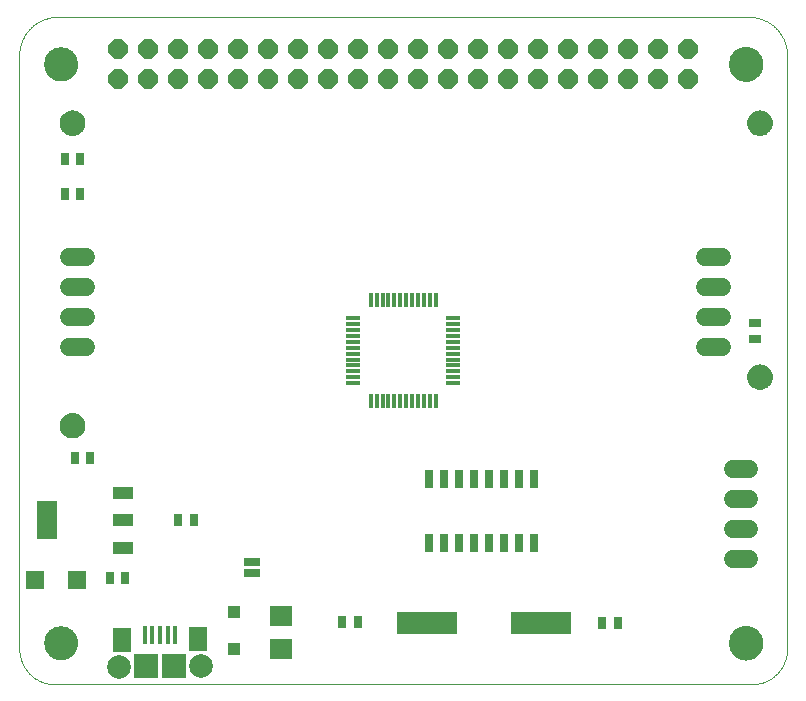
<source format=gts>
G75*
%MOIN*%
%OFA0B0*%
%FSLAX25Y25*%
%IPPOS*%
%LPD*%
%AMOC8*
5,1,8,0,0,1.08239X$1,22.5*
%
%ADD10C,0.00000*%
%ADD11C,0.11424*%
%ADD12C,0.11227*%
%ADD13R,0.04900X0.01400*%
%ADD14R,0.01400X0.04900*%
%ADD15R,0.06800X0.03900*%
%ADD16R,0.06800X0.12900*%
%ADD17R,0.03156X0.03943*%
%ADD18R,0.01778X0.05912*%
%ADD19R,0.06487X0.07880*%
%ADD20R,0.07880X0.07880*%
%ADD21C,0.07487*%
%ADD22C,0.07880*%
%ADD23R,0.03943X0.03156*%
%ADD24R,0.07498X0.06699*%
%ADD25R,0.04140X0.03943*%
%ADD26R,0.02900X0.06400*%
%ADD27R,0.20400X0.07400*%
%ADD28OC8,0.06400*%
%ADD29R,0.06306X0.06306*%
%ADD30C,0.06000*%
%ADD31C,0.00500*%
%ADD32R,0.05400X0.02900*%
D10*
X0017548Y0028572D02*
X0249831Y0028572D01*
X0250116Y0028575D01*
X0250402Y0028586D01*
X0250687Y0028603D01*
X0250971Y0028627D01*
X0251255Y0028658D01*
X0251538Y0028696D01*
X0251819Y0028741D01*
X0252100Y0028792D01*
X0252380Y0028850D01*
X0252658Y0028915D01*
X0252934Y0028987D01*
X0253208Y0029065D01*
X0253481Y0029150D01*
X0253751Y0029242D01*
X0254019Y0029340D01*
X0254285Y0029444D01*
X0254548Y0029555D01*
X0254808Y0029672D01*
X0255066Y0029795D01*
X0255320Y0029925D01*
X0255571Y0030061D01*
X0255819Y0030202D01*
X0256063Y0030350D01*
X0256304Y0030503D01*
X0256540Y0030663D01*
X0256773Y0030828D01*
X0257002Y0030998D01*
X0257227Y0031174D01*
X0257447Y0031356D01*
X0257663Y0031542D01*
X0257874Y0031734D01*
X0258081Y0031931D01*
X0258283Y0032133D01*
X0258480Y0032340D01*
X0258672Y0032551D01*
X0258858Y0032767D01*
X0259040Y0032987D01*
X0259216Y0033212D01*
X0259386Y0033441D01*
X0259551Y0033674D01*
X0259711Y0033910D01*
X0259864Y0034151D01*
X0260012Y0034395D01*
X0260153Y0034643D01*
X0260289Y0034894D01*
X0260419Y0035148D01*
X0260542Y0035406D01*
X0260659Y0035666D01*
X0260770Y0035929D01*
X0260874Y0036195D01*
X0260972Y0036463D01*
X0261064Y0036733D01*
X0261149Y0037006D01*
X0261227Y0037280D01*
X0261299Y0037556D01*
X0261364Y0037834D01*
X0261422Y0038114D01*
X0261473Y0038395D01*
X0261518Y0038676D01*
X0261556Y0038959D01*
X0261587Y0039243D01*
X0261611Y0039527D01*
X0261628Y0039812D01*
X0261639Y0040098D01*
X0261642Y0040383D01*
X0261643Y0040383D02*
X0261643Y0237233D01*
X0261642Y0237233D02*
X0261662Y0237542D01*
X0261675Y0237852D01*
X0261680Y0238162D01*
X0261677Y0238472D01*
X0261668Y0238782D01*
X0261650Y0239092D01*
X0261625Y0239401D01*
X0261593Y0239709D01*
X0261553Y0240017D01*
X0261506Y0240323D01*
X0261451Y0240629D01*
X0261389Y0240933D01*
X0261320Y0241235D01*
X0261244Y0241535D01*
X0261160Y0241834D01*
X0261069Y0242130D01*
X0260971Y0242425D01*
X0260865Y0242716D01*
X0260753Y0243005D01*
X0260634Y0243292D01*
X0260508Y0243575D01*
X0260375Y0243855D01*
X0260235Y0244132D01*
X0260089Y0244406D01*
X0259936Y0244675D01*
X0259777Y0244942D01*
X0259611Y0245204D01*
X0259439Y0245462D01*
X0259261Y0245716D01*
X0259077Y0245965D01*
X0258887Y0246210D01*
X0258691Y0246450D01*
X0258489Y0246686D01*
X0258281Y0246916D01*
X0258069Y0247142D01*
X0257850Y0247362D01*
X0257627Y0247577D01*
X0257398Y0247786D01*
X0257164Y0247990D01*
X0256926Y0248188D01*
X0256682Y0248380D01*
X0256434Y0248567D01*
X0256182Y0248747D01*
X0255925Y0248921D01*
X0255665Y0249089D01*
X0255400Y0249251D01*
X0255131Y0249406D01*
X0254859Y0249554D01*
X0254584Y0249696D01*
X0254305Y0249832D01*
X0254022Y0249960D01*
X0253737Y0250082D01*
X0253449Y0250197D01*
X0253158Y0250304D01*
X0252865Y0250405D01*
X0252569Y0250498D01*
X0252271Y0250585D01*
X0251971Y0250664D01*
X0251670Y0250736D01*
X0251366Y0250800D01*
X0251062Y0250857D01*
X0250755Y0250907D01*
X0250448Y0250950D01*
X0250140Y0250985D01*
X0249831Y0251012D01*
X0249831Y0251013D02*
X0017548Y0251013D01*
X0017548Y0251012D02*
X0017239Y0250985D01*
X0016931Y0250950D01*
X0016624Y0250907D01*
X0016317Y0250857D01*
X0016013Y0250800D01*
X0015709Y0250736D01*
X0015408Y0250664D01*
X0015108Y0250585D01*
X0014810Y0250498D01*
X0014514Y0250405D01*
X0014221Y0250304D01*
X0013930Y0250197D01*
X0013642Y0250082D01*
X0013357Y0249960D01*
X0013074Y0249832D01*
X0012795Y0249696D01*
X0012520Y0249554D01*
X0012248Y0249406D01*
X0011979Y0249251D01*
X0011714Y0249089D01*
X0011454Y0248921D01*
X0011197Y0248747D01*
X0010945Y0248567D01*
X0010697Y0248380D01*
X0010453Y0248188D01*
X0010215Y0247990D01*
X0009981Y0247786D01*
X0009752Y0247577D01*
X0009529Y0247362D01*
X0009310Y0247142D01*
X0009098Y0246916D01*
X0008890Y0246686D01*
X0008688Y0246450D01*
X0008492Y0246210D01*
X0008302Y0245965D01*
X0008118Y0245716D01*
X0007940Y0245462D01*
X0007768Y0245204D01*
X0007602Y0244942D01*
X0007443Y0244675D01*
X0007290Y0244406D01*
X0007144Y0244132D01*
X0007004Y0243855D01*
X0006871Y0243575D01*
X0006745Y0243292D01*
X0006626Y0243005D01*
X0006514Y0242716D01*
X0006408Y0242425D01*
X0006310Y0242130D01*
X0006219Y0241834D01*
X0006135Y0241535D01*
X0006059Y0241235D01*
X0005990Y0240933D01*
X0005928Y0240629D01*
X0005873Y0240323D01*
X0005826Y0240017D01*
X0005786Y0239709D01*
X0005754Y0239401D01*
X0005729Y0239092D01*
X0005711Y0238782D01*
X0005702Y0238472D01*
X0005699Y0238162D01*
X0005704Y0237852D01*
X0005717Y0237542D01*
X0005737Y0237233D01*
X0005737Y0040383D01*
X0005740Y0040098D01*
X0005751Y0039812D01*
X0005768Y0039527D01*
X0005792Y0039243D01*
X0005823Y0038959D01*
X0005861Y0038676D01*
X0005906Y0038395D01*
X0005957Y0038114D01*
X0006015Y0037834D01*
X0006080Y0037556D01*
X0006152Y0037280D01*
X0006230Y0037006D01*
X0006315Y0036733D01*
X0006407Y0036463D01*
X0006505Y0036195D01*
X0006609Y0035929D01*
X0006720Y0035666D01*
X0006837Y0035406D01*
X0006960Y0035148D01*
X0007090Y0034894D01*
X0007226Y0034643D01*
X0007367Y0034395D01*
X0007515Y0034151D01*
X0007668Y0033910D01*
X0007828Y0033674D01*
X0007993Y0033441D01*
X0008163Y0033212D01*
X0008339Y0032987D01*
X0008521Y0032767D01*
X0008707Y0032551D01*
X0008899Y0032340D01*
X0009096Y0032133D01*
X0009298Y0031931D01*
X0009505Y0031734D01*
X0009716Y0031542D01*
X0009932Y0031356D01*
X0010152Y0031174D01*
X0010377Y0030998D01*
X0010606Y0030828D01*
X0010839Y0030663D01*
X0011075Y0030503D01*
X0011316Y0030350D01*
X0011560Y0030202D01*
X0011808Y0030061D01*
X0012059Y0029925D01*
X0012313Y0029795D01*
X0012571Y0029672D01*
X0012831Y0029555D01*
X0013094Y0029444D01*
X0013360Y0029340D01*
X0013628Y0029242D01*
X0013898Y0029150D01*
X0014171Y0029065D01*
X0014445Y0028987D01*
X0014721Y0028915D01*
X0014999Y0028850D01*
X0015279Y0028792D01*
X0015560Y0028741D01*
X0015841Y0028696D01*
X0016124Y0028658D01*
X0016408Y0028627D01*
X0016692Y0028603D01*
X0016977Y0028586D01*
X0017263Y0028575D01*
X0017548Y0028572D01*
X0014104Y0042351D02*
X0014106Y0042498D01*
X0014112Y0042644D01*
X0014122Y0042790D01*
X0014136Y0042936D01*
X0014154Y0043082D01*
X0014175Y0043227D01*
X0014201Y0043371D01*
X0014231Y0043515D01*
X0014264Y0043657D01*
X0014301Y0043799D01*
X0014342Y0043940D01*
X0014387Y0044079D01*
X0014436Y0044218D01*
X0014488Y0044355D01*
X0014545Y0044490D01*
X0014604Y0044624D01*
X0014668Y0044756D01*
X0014735Y0044886D01*
X0014805Y0045015D01*
X0014879Y0045142D01*
X0014956Y0045266D01*
X0015037Y0045389D01*
X0015121Y0045509D01*
X0015208Y0045627D01*
X0015298Y0045742D01*
X0015391Y0045855D01*
X0015488Y0045966D01*
X0015587Y0046074D01*
X0015689Y0046179D01*
X0015794Y0046281D01*
X0015902Y0046380D01*
X0016013Y0046477D01*
X0016126Y0046570D01*
X0016241Y0046660D01*
X0016359Y0046747D01*
X0016479Y0046831D01*
X0016602Y0046912D01*
X0016726Y0046989D01*
X0016853Y0047063D01*
X0016982Y0047133D01*
X0017112Y0047200D01*
X0017244Y0047264D01*
X0017378Y0047323D01*
X0017513Y0047380D01*
X0017650Y0047432D01*
X0017789Y0047481D01*
X0017928Y0047526D01*
X0018069Y0047567D01*
X0018211Y0047604D01*
X0018353Y0047637D01*
X0018497Y0047667D01*
X0018641Y0047693D01*
X0018786Y0047714D01*
X0018932Y0047732D01*
X0019078Y0047746D01*
X0019224Y0047756D01*
X0019370Y0047762D01*
X0019517Y0047764D01*
X0019664Y0047762D01*
X0019810Y0047756D01*
X0019956Y0047746D01*
X0020102Y0047732D01*
X0020248Y0047714D01*
X0020393Y0047693D01*
X0020537Y0047667D01*
X0020681Y0047637D01*
X0020823Y0047604D01*
X0020965Y0047567D01*
X0021106Y0047526D01*
X0021245Y0047481D01*
X0021384Y0047432D01*
X0021521Y0047380D01*
X0021656Y0047323D01*
X0021790Y0047264D01*
X0021922Y0047200D01*
X0022052Y0047133D01*
X0022181Y0047063D01*
X0022308Y0046989D01*
X0022432Y0046912D01*
X0022555Y0046831D01*
X0022675Y0046747D01*
X0022793Y0046660D01*
X0022908Y0046570D01*
X0023021Y0046477D01*
X0023132Y0046380D01*
X0023240Y0046281D01*
X0023345Y0046179D01*
X0023447Y0046074D01*
X0023546Y0045966D01*
X0023643Y0045855D01*
X0023736Y0045742D01*
X0023826Y0045627D01*
X0023913Y0045509D01*
X0023997Y0045389D01*
X0024078Y0045266D01*
X0024155Y0045142D01*
X0024229Y0045015D01*
X0024299Y0044886D01*
X0024366Y0044756D01*
X0024430Y0044624D01*
X0024489Y0044490D01*
X0024546Y0044355D01*
X0024598Y0044218D01*
X0024647Y0044079D01*
X0024692Y0043940D01*
X0024733Y0043799D01*
X0024770Y0043657D01*
X0024803Y0043515D01*
X0024833Y0043371D01*
X0024859Y0043227D01*
X0024880Y0043082D01*
X0024898Y0042936D01*
X0024912Y0042790D01*
X0024922Y0042644D01*
X0024928Y0042498D01*
X0024930Y0042351D01*
X0024928Y0042204D01*
X0024922Y0042058D01*
X0024912Y0041912D01*
X0024898Y0041766D01*
X0024880Y0041620D01*
X0024859Y0041475D01*
X0024833Y0041331D01*
X0024803Y0041187D01*
X0024770Y0041045D01*
X0024733Y0040903D01*
X0024692Y0040762D01*
X0024647Y0040623D01*
X0024598Y0040484D01*
X0024546Y0040347D01*
X0024489Y0040212D01*
X0024430Y0040078D01*
X0024366Y0039946D01*
X0024299Y0039816D01*
X0024229Y0039687D01*
X0024155Y0039560D01*
X0024078Y0039436D01*
X0023997Y0039313D01*
X0023913Y0039193D01*
X0023826Y0039075D01*
X0023736Y0038960D01*
X0023643Y0038847D01*
X0023546Y0038736D01*
X0023447Y0038628D01*
X0023345Y0038523D01*
X0023240Y0038421D01*
X0023132Y0038322D01*
X0023021Y0038225D01*
X0022908Y0038132D01*
X0022793Y0038042D01*
X0022675Y0037955D01*
X0022555Y0037871D01*
X0022432Y0037790D01*
X0022308Y0037713D01*
X0022181Y0037639D01*
X0022052Y0037569D01*
X0021922Y0037502D01*
X0021790Y0037438D01*
X0021656Y0037379D01*
X0021521Y0037322D01*
X0021384Y0037270D01*
X0021245Y0037221D01*
X0021106Y0037176D01*
X0020965Y0037135D01*
X0020823Y0037098D01*
X0020681Y0037065D01*
X0020537Y0037035D01*
X0020393Y0037009D01*
X0020248Y0036988D01*
X0020102Y0036970D01*
X0019956Y0036956D01*
X0019810Y0036946D01*
X0019664Y0036940D01*
X0019517Y0036938D01*
X0019370Y0036940D01*
X0019224Y0036946D01*
X0019078Y0036956D01*
X0018932Y0036970D01*
X0018786Y0036988D01*
X0018641Y0037009D01*
X0018497Y0037035D01*
X0018353Y0037065D01*
X0018211Y0037098D01*
X0018069Y0037135D01*
X0017928Y0037176D01*
X0017789Y0037221D01*
X0017650Y0037270D01*
X0017513Y0037322D01*
X0017378Y0037379D01*
X0017244Y0037438D01*
X0017112Y0037502D01*
X0016982Y0037569D01*
X0016853Y0037639D01*
X0016726Y0037713D01*
X0016602Y0037790D01*
X0016479Y0037871D01*
X0016359Y0037955D01*
X0016241Y0038042D01*
X0016126Y0038132D01*
X0016013Y0038225D01*
X0015902Y0038322D01*
X0015794Y0038421D01*
X0015689Y0038523D01*
X0015587Y0038628D01*
X0015488Y0038736D01*
X0015391Y0038847D01*
X0015298Y0038960D01*
X0015208Y0039075D01*
X0015121Y0039193D01*
X0015037Y0039313D01*
X0014956Y0039436D01*
X0014879Y0039560D01*
X0014805Y0039687D01*
X0014735Y0039816D01*
X0014668Y0039946D01*
X0014604Y0040078D01*
X0014545Y0040212D01*
X0014488Y0040347D01*
X0014436Y0040484D01*
X0014387Y0040623D01*
X0014342Y0040762D01*
X0014301Y0040903D01*
X0014264Y0041045D01*
X0014231Y0041187D01*
X0014201Y0041331D01*
X0014175Y0041475D01*
X0014154Y0041620D01*
X0014136Y0041766D01*
X0014122Y0041912D01*
X0014112Y0042058D01*
X0014106Y0042204D01*
X0014104Y0042351D01*
X0014104Y0235265D02*
X0014106Y0235412D01*
X0014112Y0235558D01*
X0014122Y0235704D01*
X0014136Y0235850D01*
X0014154Y0235996D01*
X0014175Y0236141D01*
X0014201Y0236285D01*
X0014231Y0236429D01*
X0014264Y0236571D01*
X0014301Y0236713D01*
X0014342Y0236854D01*
X0014387Y0236993D01*
X0014436Y0237132D01*
X0014488Y0237269D01*
X0014545Y0237404D01*
X0014604Y0237538D01*
X0014668Y0237670D01*
X0014735Y0237800D01*
X0014805Y0237929D01*
X0014879Y0238056D01*
X0014956Y0238180D01*
X0015037Y0238303D01*
X0015121Y0238423D01*
X0015208Y0238541D01*
X0015298Y0238656D01*
X0015391Y0238769D01*
X0015488Y0238880D01*
X0015587Y0238988D01*
X0015689Y0239093D01*
X0015794Y0239195D01*
X0015902Y0239294D01*
X0016013Y0239391D01*
X0016126Y0239484D01*
X0016241Y0239574D01*
X0016359Y0239661D01*
X0016479Y0239745D01*
X0016602Y0239826D01*
X0016726Y0239903D01*
X0016853Y0239977D01*
X0016982Y0240047D01*
X0017112Y0240114D01*
X0017244Y0240178D01*
X0017378Y0240237D01*
X0017513Y0240294D01*
X0017650Y0240346D01*
X0017789Y0240395D01*
X0017928Y0240440D01*
X0018069Y0240481D01*
X0018211Y0240518D01*
X0018353Y0240551D01*
X0018497Y0240581D01*
X0018641Y0240607D01*
X0018786Y0240628D01*
X0018932Y0240646D01*
X0019078Y0240660D01*
X0019224Y0240670D01*
X0019370Y0240676D01*
X0019517Y0240678D01*
X0019664Y0240676D01*
X0019810Y0240670D01*
X0019956Y0240660D01*
X0020102Y0240646D01*
X0020248Y0240628D01*
X0020393Y0240607D01*
X0020537Y0240581D01*
X0020681Y0240551D01*
X0020823Y0240518D01*
X0020965Y0240481D01*
X0021106Y0240440D01*
X0021245Y0240395D01*
X0021384Y0240346D01*
X0021521Y0240294D01*
X0021656Y0240237D01*
X0021790Y0240178D01*
X0021922Y0240114D01*
X0022052Y0240047D01*
X0022181Y0239977D01*
X0022308Y0239903D01*
X0022432Y0239826D01*
X0022555Y0239745D01*
X0022675Y0239661D01*
X0022793Y0239574D01*
X0022908Y0239484D01*
X0023021Y0239391D01*
X0023132Y0239294D01*
X0023240Y0239195D01*
X0023345Y0239093D01*
X0023447Y0238988D01*
X0023546Y0238880D01*
X0023643Y0238769D01*
X0023736Y0238656D01*
X0023826Y0238541D01*
X0023913Y0238423D01*
X0023997Y0238303D01*
X0024078Y0238180D01*
X0024155Y0238056D01*
X0024229Y0237929D01*
X0024299Y0237800D01*
X0024366Y0237670D01*
X0024430Y0237538D01*
X0024489Y0237404D01*
X0024546Y0237269D01*
X0024598Y0237132D01*
X0024647Y0236993D01*
X0024692Y0236854D01*
X0024733Y0236713D01*
X0024770Y0236571D01*
X0024803Y0236429D01*
X0024833Y0236285D01*
X0024859Y0236141D01*
X0024880Y0235996D01*
X0024898Y0235850D01*
X0024912Y0235704D01*
X0024922Y0235558D01*
X0024928Y0235412D01*
X0024930Y0235265D01*
X0024928Y0235118D01*
X0024922Y0234972D01*
X0024912Y0234826D01*
X0024898Y0234680D01*
X0024880Y0234534D01*
X0024859Y0234389D01*
X0024833Y0234245D01*
X0024803Y0234101D01*
X0024770Y0233959D01*
X0024733Y0233817D01*
X0024692Y0233676D01*
X0024647Y0233537D01*
X0024598Y0233398D01*
X0024546Y0233261D01*
X0024489Y0233126D01*
X0024430Y0232992D01*
X0024366Y0232860D01*
X0024299Y0232730D01*
X0024229Y0232601D01*
X0024155Y0232474D01*
X0024078Y0232350D01*
X0023997Y0232227D01*
X0023913Y0232107D01*
X0023826Y0231989D01*
X0023736Y0231874D01*
X0023643Y0231761D01*
X0023546Y0231650D01*
X0023447Y0231542D01*
X0023345Y0231437D01*
X0023240Y0231335D01*
X0023132Y0231236D01*
X0023021Y0231139D01*
X0022908Y0231046D01*
X0022793Y0230956D01*
X0022675Y0230869D01*
X0022555Y0230785D01*
X0022432Y0230704D01*
X0022308Y0230627D01*
X0022181Y0230553D01*
X0022052Y0230483D01*
X0021922Y0230416D01*
X0021790Y0230352D01*
X0021656Y0230293D01*
X0021521Y0230236D01*
X0021384Y0230184D01*
X0021245Y0230135D01*
X0021106Y0230090D01*
X0020965Y0230049D01*
X0020823Y0230012D01*
X0020681Y0229979D01*
X0020537Y0229949D01*
X0020393Y0229923D01*
X0020248Y0229902D01*
X0020102Y0229884D01*
X0019956Y0229870D01*
X0019810Y0229860D01*
X0019664Y0229854D01*
X0019517Y0229852D01*
X0019370Y0229854D01*
X0019224Y0229860D01*
X0019078Y0229870D01*
X0018932Y0229884D01*
X0018786Y0229902D01*
X0018641Y0229923D01*
X0018497Y0229949D01*
X0018353Y0229979D01*
X0018211Y0230012D01*
X0018069Y0230049D01*
X0017928Y0230090D01*
X0017789Y0230135D01*
X0017650Y0230184D01*
X0017513Y0230236D01*
X0017378Y0230293D01*
X0017244Y0230352D01*
X0017112Y0230416D01*
X0016982Y0230483D01*
X0016853Y0230553D01*
X0016726Y0230627D01*
X0016602Y0230704D01*
X0016479Y0230785D01*
X0016359Y0230869D01*
X0016241Y0230956D01*
X0016126Y0231046D01*
X0016013Y0231139D01*
X0015902Y0231236D01*
X0015794Y0231335D01*
X0015689Y0231437D01*
X0015587Y0231542D01*
X0015488Y0231650D01*
X0015391Y0231761D01*
X0015298Y0231874D01*
X0015208Y0231989D01*
X0015121Y0232107D01*
X0015037Y0232227D01*
X0014956Y0232350D01*
X0014879Y0232474D01*
X0014805Y0232601D01*
X0014735Y0232730D01*
X0014668Y0232860D01*
X0014604Y0232992D01*
X0014545Y0233126D01*
X0014488Y0233261D01*
X0014436Y0233398D01*
X0014387Y0233537D01*
X0014342Y0233676D01*
X0014301Y0233817D01*
X0014264Y0233959D01*
X0014231Y0234101D01*
X0014201Y0234245D01*
X0014175Y0234389D01*
X0014154Y0234534D01*
X0014136Y0234680D01*
X0014122Y0234826D01*
X0014112Y0234972D01*
X0014106Y0235118D01*
X0014104Y0235265D01*
X0242351Y0235265D02*
X0242353Y0235413D01*
X0242359Y0235561D01*
X0242369Y0235709D01*
X0242383Y0235856D01*
X0242401Y0236003D01*
X0242422Y0236149D01*
X0242448Y0236295D01*
X0242478Y0236440D01*
X0242511Y0236584D01*
X0242549Y0236727D01*
X0242590Y0236869D01*
X0242635Y0237010D01*
X0242683Y0237150D01*
X0242736Y0237289D01*
X0242792Y0237426D01*
X0242852Y0237561D01*
X0242915Y0237695D01*
X0242982Y0237827D01*
X0243053Y0237957D01*
X0243127Y0238085D01*
X0243204Y0238211D01*
X0243285Y0238335D01*
X0243369Y0238457D01*
X0243456Y0238576D01*
X0243547Y0238693D01*
X0243641Y0238808D01*
X0243737Y0238920D01*
X0243837Y0239030D01*
X0243939Y0239136D01*
X0244045Y0239240D01*
X0244153Y0239341D01*
X0244264Y0239439D01*
X0244377Y0239535D01*
X0244493Y0239627D01*
X0244611Y0239716D01*
X0244732Y0239801D01*
X0244855Y0239884D01*
X0244980Y0239963D01*
X0245107Y0240039D01*
X0245236Y0240111D01*
X0245367Y0240180D01*
X0245500Y0240245D01*
X0245635Y0240306D01*
X0245771Y0240364D01*
X0245908Y0240419D01*
X0246047Y0240469D01*
X0246188Y0240516D01*
X0246329Y0240559D01*
X0246472Y0240599D01*
X0246616Y0240634D01*
X0246760Y0240666D01*
X0246906Y0240693D01*
X0247052Y0240717D01*
X0247199Y0240737D01*
X0247346Y0240753D01*
X0247493Y0240765D01*
X0247641Y0240773D01*
X0247789Y0240777D01*
X0247937Y0240777D01*
X0248085Y0240773D01*
X0248233Y0240765D01*
X0248380Y0240753D01*
X0248527Y0240737D01*
X0248674Y0240717D01*
X0248820Y0240693D01*
X0248966Y0240666D01*
X0249110Y0240634D01*
X0249254Y0240599D01*
X0249397Y0240559D01*
X0249538Y0240516D01*
X0249679Y0240469D01*
X0249818Y0240419D01*
X0249955Y0240364D01*
X0250091Y0240306D01*
X0250226Y0240245D01*
X0250359Y0240180D01*
X0250490Y0240111D01*
X0250619Y0240039D01*
X0250746Y0239963D01*
X0250871Y0239884D01*
X0250994Y0239801D01*
X0251115Y0239716D01*
X0251233Y0239627D01*
X0251349Y0239535D01*
X0251462Y0239439D01*
X0251573Y0239341D01*
X0251681Y0239240D01*
X0251787Y0239136D01*
X0251889Y0239030D01*
X0251989Y0238920D01*
X0252085Y0238808D01*
X0252179Y0238693D01*
X0252270Y0238576D01*
X0252357Y0238457D01*
X0252441Y0238335D01*
X0252522Y0238211D01*
X0252599Y0238085D01*
X0252673Y0237957D01*
X0252744Y0237827D01*
X0252811Y0237695D01*
X0252874Y0237561D01*
X0252934Y0237426D01*
X0252990Y0237289D01*
X0253043Y0237150D01*
X0253091Y0237010D01*
X0253136Y0236869D01*
X0253177Y0236727D01*
X0253215Y0236584D01*
X0253248Y0236440D01*
X0253278Y0236295D01*
X0253304Y0236149D01*
X0253325Y0236003D01*
X0253343Y0235856D01*
X0253357Y0235709D01*
X0253367Y0235561D01*
X0253373Y0235413D01*
X0253375Y0235265D01*
X0253373Y0235117D01*
X0253367Y0234969D01*
X0253357Y0234821D01*
X0253343Y0234674D01*
X0253325Y0234527D01*
X0253304Y0234381D01*
X0253278Y0234235D01*
X0253248Y0234090D01*
X0253215Y0233946D01*
X0253177Y0233803D01*
X0253136Y0233661D01*
X0253091Y0233520D01*
X0253043Y0233380D01*
X0252990Y0233241D01*
X0252934Y0233104D01*
X0252874Y0232969D01*
X0252811Y0232835D01*
X0252744Y0232703D01*
X0252673Y0232573D01*
X0252599Y0232445D01*
X0252522Y0232319D01*
X0252441Y0232195D01*
X0252357Y0232073D01*
X0252270Y0231954D01*
X0252179Y0231837D01*
X0252085Y0231722D01*
X0251989Y0231610D01*
X0251889Y0231500D01*
X0251787Y0231394D01*
X0251681Y0231290D01*
X0251573Y0231189D01*
X0251462Y0231091D01*
X0251349Y0230995D01*
X0251233Y0230903D01*
X0251115Y0230814D01*
X0250994Y0230729D01*
X0250871Y0230646D01*
X0250746Y0230567D01*
X0250619Y0230491D01*
X0250490Y0230419D01*
X0250359Y0230350D01*
X0250226Y0230285D01*
X0250091Y0230224D01*
X0249955Y0230166D01*
X0249818Y0230111D01*
X0249679Y0230061D01*
X0249538Y0230014D01*
X0249397Y0229971D01*
X0249254Y0229931D01*
X0249110Y0229896D01*
X0248966Y0229864D01*
X0248820Y0229837D01*
X0248674Y0229813D01*
X0248527Y0229793D01*
X0248380Y0229777D01*
X0248233Y0229765D01*
X0248085Y0229757D01*
X0247937Y0229753D01*
X0247789Y0229753D01*
X0247641Y0229757D01*
X0247493Y0229765D01*
X0247346Y0229777D01*
X0247199Y0229793D01*
X0247052Y0229813D01*
X0246906Y0229837D01*
X0246760Y0229864D01*
X0246616Y0229896D01*
X0246472Y0229931D01*
X0246329Y0229971D01*
X0246188Y0230014D01*
X0246047Y0230061D01*
X0245908Y0230111D01*
X0245771Y0230166D01*
X0245635Y0230224D01*
X0245500Y0230285D01*
X0245367Y0230350D01*
X0245236Y0230419D01*
X0245107Y0230491D01*
X0244980Y0230567D01*
X0244855Y0230646D01*
X0244732Y0230729D01*
X0244611Y0230814D01*
X0244493Y0230903D01*
X0244377Y0230995D01*
X0244264Y0231091D01*
X0244153Y0231189D01*
X0244045Y0231290D01*
X0243939Y0231394D01*
X0243837Y0231500D01*
X0243737Y0231610D01*
X0243641Y0231722D01*
X0243547Y0231837D01*
X0243456Y0231954D01*
X0243369Y0232073D01*
X0243285Y0232195D01*
X0243204Y0232319D01*
X0243127Y0232445D01*
X0243053Y0232573D01*
X0242982Y0232703D01*
X0242915Y0232835D01*
X0242852Y0232969D01*
X0242792Y0233104D01*
X0242736Y0233241D01*
X0242683Y0233380D01*
X0242635Y0233520D01*
X0242590Y0233661D01*
X0242549Y0233803D01*
X0242511Y0233946D01*
X0242478Y0234090D01*
X0242448Y0234235D01*
X0242422Y0234381D01*
X0242401Y0234527D01*
X0242383Y0234674D01*
X0242369Y0234821D01*
X0242359Y0234969D01*
X0242353Y0235117D01*
X0242351Y0235265D01*
X0242351Y0042351D02*
X0242353Y0042499D01*
X0242359Y0042647D01*
X0242369Y0042795D01*
X0242383Y0042942D01*
X0242401Y0043089D01*
X0242422Y0043235D01*
X0242448Y0043381D01*
X0242478Y0043526D01*
X0242511Y0043670D01*
X0242549Y0043813D01*
X0242590Y0043955D01*
X0242635Y0044096D01*
X0242683Y0044236D01*
X0242736Y0044375D01*
X0242792Y0044512D01*
X0242852Y0044647D01*
X0242915Y0044781D01*
X0242982Y0044913D01*
X0243053Y0045043D01*
X0243127Y0045171D01*
X0243204Y0045297D01*
X0243285Y0045421D01*
X0243369Y0045543D01*
X0243456Y0045662D01*
X0243547Y0045779D01*
X0243641Y0045894D01*
X0243737Y0046006D01*
X0243837Y0046116D01*
X0243939Y0046222D01*
X0244045Y0046326D01*
X0244153Y0046427D01*
X0244264Y0046525D01*
X0244377Y0046621D01*
X0244493Y0046713D01*
X0244611Y0046802D01*
X0244732Y0046887D01*
X0244855Y0046970D01*
X0244980Y0047049D01*
X0245107Y0047125D01*
X0245236Y0047197D01*
X0245367Y0047266D01*
X0245500Y0047331D01*
X0245635Y0047392D01*
X0245771Y0047450D01*
X0245908Y0047505D01*
X0246047Y0047555D01*
X0246188Y0047602D01*
X0246329Y0047645D01*
X0246472Y0047685D01*
X0246616Y0047720D01*
X0246760Y0047752D01*
X0246906Y0047779D01*
X0247052Y0047803D01*
X0247199Y0047823D01*
X0247346Y0047839D01*
X0247493Y0047851D01*
X0247641Y0047859D01*
X0247789Y0047863D01*
X0247937Y0047863D01*
X0248085Y0047859D01*
X0248233Y0047851D01*
X0248380Y0047839D01*
X0248527Y0047823D01*
X0248674Y0047803D01*
X0248820Y0047779D01*
X0248966Y0047752D01*
X0249110Y0047720D01*
X0249254Y0047685D01*
X0249397Y0047645D01*
X0249538Y0047602D01*
X0249679Y0047555D01*
X0249818Y0047505D01*
X0249955Y0047450D01*
X0250091Y0047392D01*
X0250226Y0047331D01*
X0250359Y0047266D01*
X0250490Y0047197D01*
X0250619Y0047125D01*
X0250746Y0047049D01*
X0250871Y0046970D01*
X0250994Y0046887D01*
X0251115Y0046802D01*
X0251233Y0046713D01*
X0251349Y0046621D01*
X0251462Y0046525D01*
X0251573Y0046427D01*
X0251681Y0046326D01*
X0251787Y0046222D01*
X0251889Y0046116D01*
X0251989Y0046006D01*
X0252085Y0045894D01*
X0252179Y0045779D01*
X0252270Y0045662D01*
X0252357Y0045543D01*
X0252441Y0045421D01*
X0252522Y0045297D01*
X0252599Y0045171D01*
X0252673Y0045043D01*
X0252744Y0044913D01*
X0252811Y0044781D01*
X0252874Y0044647D01*
X0252934Y0044512D01*
X0252990Y0044375D01*
X0253043Y0044236D01*
X0253091Y0044096D01*
X0253136Y0043955D01*
X0253177Y0043813D01*
X0253215Y0043670D01*
X0253248Y0043526D01*
X0253278Y0043381D01*
X0253304Y0043235D01*
X0253325Y0043089D01*
X0253343Y0042942D01*
X0253357Y0042795D01*
X0253367Y0042647D01*
X0253373Y0042499D01*
X0253375Y0042351D01*
X0253373Y0042203D01*
X0253367Y0042055D01*
X0253357Y0041907D01*
X0253343Y0041760D01*
X0253325Y0041613D01*
X0253304Y0041467D01*
X0253278Y0041321D01*
X0253248Y0041176D01*
X0253215Y0041032D01*
X0253177Y0040889D01*
X0253136Y0040747D01*
X0253091Y0040606D01*
X0253043Y0040466D01*
X0252990Y0040327D01*
X0252934Y0040190D01*
X0252874Y0040055D01*
X0252811Y0039921D01*
X0252744Y0039789D01*
X0252673Y0039659D01*
X0252599Y0039531D01*
X0252522Y0039405D01*
X0252441Y0039281D01*
X0252357Y0039159D01*
X0252270Y0039040D01*
X0252179Y0038923D01*
X0252085Y0038808D01*
X0251989Y0038696D01*
X0251889Y0038586D01*
X0251787Y0038480D01*
X0251681Y0038376D01*
X0251573Y0038275D01*
X0251462Y0038177D01*
X0251349Y0038081D01*
X0251233Y0037989D01*
X0251115Y0037900D01*
X0250994Y0037815D01*
X0250871Y0037732D01*
X0250746Y0037653D01*
X0250619Y0037577D01*
X0250490Y0037505D01*
X0250359Y0037436D01*
X0250226Y0037371D01*
X0250091Y0037310D01*
X0249955Y0037252D01*
X0249818Y0037197D01*
X0249679Y0037147D01*
X0249538Y0037100D01*
X0249397Y0037057D01*
X0249254Y0037017D01*
X0249110Y0036982D01*
X0248966Y0036950D01*
X0248820Y0036923D01*
X0248674Y0036899D01*
X0248527Y0036879D01*
X0248380Y0036863D01*
X0248233Y0036851D01*
X0248085Y0036843D01*
X0247937Y0036839D01*
X0247789Y0036839D01*
X0247641Y0036843D01*
X0247493Y0036851D01*
X0247346Y0036863D01*
X0247199Y0036879D01*
X0247052Y0036899D01*
X0246906Y0036923D01*
X0246760Y0036950D01*
X0246616Y0036982D01*
X0246472Y0037017D01*
X0246329Y0037057D01*
X0246188Y0037100D01*
X0246047Y0037147D01*
X0245908Y0037197D01*
X0245771Y0037252D01*
X0245635Y0037310D01*
X0245500Y0037371D01*
X0245367Y0037436D01*
X0245236Y0037505D01*
X0245107Y0037577D01*
X0244980Y0037653D01*
X0244855Y0037732D01*
X0244732Y0037815D01*
X0244611Y0037900D01*
X0244493Y0037989D01*
X0244377Y0038081D01*
X0244264Y0038177D01*
X0244153Y0038275D01*
X0244045Y0038376D01*
X0243939Y0038480D01*
X0243837Y0038586D01*
X0243737Y0038696D01*
X0243641Y0038808D01*
X0243547Y0038923D01*
X0243456Y0039040D01*
X0243369Y0039159D01*
X0243285Y0039281D01*
X0243204Y0039405D01*
X0243127Y0039531D01*
X0243053Y0039659D01*
X0242982Y0039789D01*
X0242915Y0039921D01*
X0242852Y0040055D01*
X0242792Y0040190D01*
X0242736Y0040327D01*
X0242683Y0040466D01*
X0242635Y0040606D01*
X0242590Y0040747D01*
X0242549Y0040889D01*
X0242511Y0041032D01*
X0242478Y0041176D01*
X0242448Y0041321D01*
X0242422Y0041467D01*
X0242401Y0041613D01*
X0242383Y0041760D01*
X0242369Y0041907D01*
X0242359Y0042055D01*
X0242353Y0042203D01*
X0242351Y0042351D01*
D11*
X0247863Y0042351D03*
X0247863Y0235265D03*
D12*
X0019517Y0235265D03*
X0019517Y0042351D03*
D13*
X0116957Y0128965D03*
X0116957Y0130934D03*
X0116957Y0132902D03*
X0116957Y0134871D03*
X0116957Y0136839D03*
X0116957Y0138808D03*
X0116957Y0140776D03*
X0116957Y0142745D03*
X0116957Y0144713D03*
X0116957Y0146682D03*
X0116957Y0148650D03*
X0116957Y0150619D03*
X0150422Y0150619D03*
X0150422Y0148650D03*
X0150422Y0146682D03*
X0150422Y0144713D03*
X0150422Y0142745D03*
X0150422Y0140776D03*
X0150422Y0138808D03*
X0150422Y0136839D03*
X0150422Y0134871D03*
X0150422Y0132902D03*
X0150422Y0130934D03*
X0150422Y0128965D03*
D14*
X0144517Y0123060D03*
X0142548Y0123060D03*
X0140580Y0123060D03*
X0138611Y0123060D03*
X0136643Y0123060D03*
X0134674Y0123060D03*
X0132706Y0123060D03*
X0130737Y0123060D03*
X0128769Y0123060D03*
X0126800Y0123060D03*
X0124831Y0123060D03*
X0122863Y0123060D03*
X0122863Y0156524D03*
X0124831Y0156524D03*
X0126800Y0156524D03*
X0128769Y0156524D03*
X0130737Y0156524D03*
X0132706Y0156524D03*
X0134674Y0156524D03*
X0136643Y0156524D03*
X0138611Y0156524D03*
X0140580Y0156524D03*
X0142548Y0156524D03*
X0144517Y0156524D03*
D15*
X0040187Y0092372D03*
X0040187Y0083272D03*
X0040187Y0074172D03*
D16*
X0014987Y0083272D03*
D17*
X0035855Y0064005D03*
X0040973Y0064005D03*
X0058709Y0083202D03*
X0063828Y0083202D03*
X0029450Y0104083D03*
X0024331Y0104083D03*
X0113414Y0049217D03*
X0118532Y0049217D03*
X0200028Y0049001D03*
X0205146Y0049001D03*
X0026013Y0191957D03*
X0020894Y0191957D03*
X0020894Y0203769D03*
X0026013Y0203769D03*
D18*
X0047505Y0044942D03*
X0050064Y0044942D03*
X0052623Y0044942D03*
X0055182Y0044942D03*
X0057741Y0044942D03*
D19*
X0065323Y0043509D03*
X0039823Y0043309D03*
D20*
X0047923Y0034509D03*
X0057223Y0034509D03*
D21*
X0066323Y0034509D03*
X0038823Y0034309D03*
D22*
X0038823Y0034309D03*
X0066323Y0034609D03*
D23*
X0251036Y0143808D03*
X0251036Y0148926D03*
D24*
X0092910Y0051406D03*
X0092910Y0040209D03*
D25*
X0077209Y0040292D03*
X0077209Y0052694D03*
D26*
X0142328Y0075769D03*
X0147328Y0075769D03*
X0152328Y0075769D03*
X0157328Y0075769D03*
X0162328Y0075769D03*
X0167328Y0075769D03*
X0172328Y0075769D03*
X0177328Y0075769D03*
X0177328Y0096989D03*
X0172328Y0096989D03*
X0167328Y0096989D03*
X0162328Y0096989D03*
X0157328Y0096989D03*
X0152328Y0096989D03*
X0147328Y0096989D03*
X0142328Y0096989D03*
D27*
X0141788Y0049123D03*
X0179788Y0049123D03*
D28*
X0178690Y0230265D03*
X0178690Y0240265D03*
X0188690Y0240265D03*
X0198690Y0240265D03*
X0208690Y0240265D03*
X0218690Y0240265D03*
X0228690Y0240265D03*
X0228690Y0230265D03*
X0218690Y0230265D03*
X0208690Y0230265D03*
X0198690Y0230265D03*
X0188690Y0230265D03*
X0168690Y0230265D03*
X0158690Y0230265D03*
X0158690Y0240265D03*
X0168690Y0240265D03*
X0148690Y0240265D03*
X0138690Y0240265D03*
X0128690Y0240265D03*
X0118690Y0240265D03*
X0108690Y0240265D03*
X0098690Y0240265D03*
X0088690Y0240265D03*
X0078690Y0240265D03*
X0068690Y0240265D03*
X0058690Y0240265D03*
X0048690Y0240265D03*
X0038690Y0240265D03*
X0038690Y0230265D03*
X0048690Y0230265D03*
X0058690Y0230265D03*
X0068690Y0230265D03*
X0078690Y0230265D03*
X0088690Y0230265D03*
X0098690Y0230265D03*
X0108690Y0230265D03*
X0118690Y0230265D03*
X0128690Y0230265D03*
X0138690Y0230265D03*
X0148690Y0230265D03*
D29*
X0024831Y0063217D03*
X0011052Y0063217D03*
D30*
X0022228Y0141131D02*
X0027828Y0141131D01*
X0027828Y0151131D02*
X0022228Y0151131D01*
X0022228Y0161131D02*
X0027828Y0161131D01*
X0027828Y0171131D02*
X0022228Y0171131D01*
X0234433Y0171131D02*
X0240033Y0171131D01*
X0240033Y0161131D02*
X0234433Y0161131D01*
X0234433Y0151131D02*
X0240033Y0151131D01*
X0240033Y0141131D02*
X0234433Y0141131D01*
X0243488Y0100265D02*
X0249088Y0100265D01*
X0249088Y0090265D02*
X0243488Y0090265D01*
X0243488Y0080265D02*
X0249088Y0080265D01*
X0249088Y0070265D02*
X0243488Y0070265D01*
D31*
X0251904Y0127057D02*
X0252587Y0126997D01*
X0253271Y0127057D01*
X0253934Y0127234D01*
X0254556Y0127524D01*
X0255118Y0127918D01*
X0255603Y0128403D01*
X0255997Y0128965D01*
X0256287Y0129587D01*
X0256465Y0130250D01*
X0256524Y0130934D01*
X0256465Y0131618D01*
X0256287Y0132280D01*
X0255997Y0132902D01*
X0255603Y0133465D01*
X0255118Y0133950D01*
X0254556Y0134343D01*
X0253934Y0134633D01*
X0253271Y0134811D01*
X0252587Y0134871D01*
X0251904Y0134811D01*
X0251241Y0134633D01*
X0250619Y0134343D01*
X0250057Y0133950D01*
X0249571Y0133465D01*
X0249178Y0132902D01*
X0248888Y0132280D01*
X0248710Y0131618D01*
X0248650Y0130934D01*
X0248710Y0130250D01*
X0248888Y0129587D01*
X0249178Y0128965D01*
X0249571Y0128403D01*
X0250057Y0127918D01*
X0250619Y0127524D01*
X0251241Y0127234D01*
X0251904Y0127057D01*
X0251149Y0127277D02*
X0254025Y0127277D01*
X0254914Y0127775D02*
X0250260Y0127775D01*
X0249701Y0128274D02*
X0255474Y0128274D01*
X0255862Y0128772D02*
X0249313Y0128772D01*
X0249035Y0129271D02*
X0256139Y0129271D01*
X0256336Y0129769D02*
X0248839Y0129769D01*
X0248709Y0130268D02*
X0256466Y0130268D01*
X0256510Y0130766D02*
X0248665Y0130766D01*
X0248679Y0131265D02*
X0256495Y0131265D01*
X0256425Y0131763D02*
X0248749Y0131763D01*
X0248883Y0132262D02*
X0256292Y0132262D01*
X0256063Y0132761D02*
X0249112Y0132761D01*
X0249428Y0133259D02*
X0255747Y0133259D01*
X0255310Y0133758D02*
X0249865Y0133758D01*
X0250494Y0134256D02*
X0254681Y0134256D01*
X0253482Y0134755D02*
X0251693Y0134755D01*
X0252587Y0211643D02*
X0251904Y0211702D01*
X0251241Y0211880D01*
X0250619Y0212170D01*
X0250057Y0212564D01*
X0249571Y0213049D01*
X0249178Y0213611D01*
X0248888Y0214233D01*
X0248710Y0214896D01*
X0248650Y0215580D01*
X0248710Y0216263D01*
X0248888Y0216926D01*
X0249178Y0217548D01*
X0249571Y0218110D01*
X0250057Y0218595D01*
X0250619Y0218989D01*
X0251241Y0219279D01*
X0251904Y0219457D01*
X0252587Y0219517D01*
X0253271Y0219457D01*
X0253934Y0219279D01*
X0254556Y0218989D01*
X0255118Y0218595D01*
X0255603Y0218110D01*
X0255997Y0217548D01*
X0256287Y0216926D01*
X0256465Y0216263D01*
X0256524Y0215580D01*
X0256465Y0214896D01*
X0256287Y0214233D01*
X0255997Y0213611D01*
X0255603Y0213049D01*
X0255118Y0212564D01*
X0254556Y0212170D01*
X0253934Y0211880D01*
X0253271Y0211702D01*
X0252587Y0211643D01*
X0250932Y0212024D02*
X0254242Y0212024D01*
X0255059Y0212522D02*
X0250116Y0212522D01*
X0249600Y0213021D02*
X0255575Y0213021D01*
X0255933Y0213519D02*
X0249242Y0213519D01*
X0248988Y0214018D02*
X0256187Y0214018D01*
X0256363Y0214516D02*
X0248812Y0214516D01*
X0248700Y0215015D02*
X0256475Y0215015D01*
X0256519Y0215513D02*
X0248656Y0215513D01*
X0248688Y0216012D02*
X0256487Y0216012D01*
X0256398Y0216510D02*
X0248776Y0216510D01*
X0248926Y0217009D02*
X0256248Y0217009D01*
X0256016Y0217507D02*
X0249159Y0217507D01*
X0249498Y0218006D02*
X0255676Y0218006D01*
X0255209Y0218504D02*
X0249966Y0218504D01*
X0250649Y0219003D02*
X0254526Y0219003D01*
X0252759Y0219501D02*
X0252415Y0219501D01*
X0027391Y0215580D02*
X0027331Y0216263D01*
X0027153Y0216926D01*
X0026863Y0217548D01*
X0026469Y0218110D01*
X0025984Y0218595D01*
X0025422Y0218989D01*
X0024800Y0219279D01*
X0024137Y0219457D01*
X0023454Y0219517D01*
X0022770Y0219457D01*
X0022107Y0219279D01*
X0021485Y0218989D01*
X0020923Y0218595D01*
X0020438Y0218110D01*
X0020044Y0217548D01*
X0019754Y0216926D01*
X0019576Y0216263D01*
X0019517Y0215580D01*
X0019576Y0214896D01*
X0019754Y0214233D01*
X0020044Y0213611D01*
X0020438Y0213049D01*
X0020923Y0212564D01*
X0021485Y0212170D01*
X0022107Y0211880D01*
X0022770Y0211702D01*
X0023454Y0211643D01*
X0024137Y0211702D01*
X0024800Y0211880D01*
X0025422Y0212170D01*
X0025984Y0212564D01*
X0026469Y0213049D01*
X0026863Y0213611D01*
X0027153Y0214233D01*
X0027331Y0214896D01*
X0027391Y0215580D01*
X0027385Y0215513D02*
X0019522Y0215513D01*
X0019554Y0216012D02*
X0027353Y0216012D01*
X0027264Y0216510D02*
X0019643Y0216510D01*
X0019793Y0217009D02*
X0027114Y0217009D01*
X0026882Y0217507D02*
X0020025Y0217507D01*
X0020365Y0218006D02*
X0026542Y0218006D01*
X0026075Y0218504D02*
X0020832Y0218504D01*
X0021515Y0219003D02*
X0025392Y0219003D01*
X0023626Y0219501D02*
X0023282Y0219501D01*
X0019566Y0215015D02*
X0027341Y0215015D01*
X0027229Y0214516D02*
X0019678Y0214516D01*
X0019854Y0214018D02*
X0027053Y0214018D01*
X0026799Y0213519D02*
X0020108Y0213519D01*
X0020466Y0213021D02*
X0026441Y0213021D01*
X0025925Y0212522D02*
X0020982Y0212522D01*
X0021798Y0212024D02*
X0025109Y0212024D01*
X0023454Y0118729D02*
X0022770Y0118669D01*
X0022107Y0118492D01*
X0021485Y0118202D01*
X0020923Y0117808D01*
X0020438Y0117323D01*
X0020044Y0116761D01*
X0019754Y0116139D01*
X0019576Y0115476D01*
X0019517Y0114792D01*
X0019576Y0114108D01*
X0019754Y0113446D01*
X0020044Y0112824D01*
X0020438Y0112261D01*
X0020923Y0111776D01*
X0021485Y0111383D01*
X0022107Y0111093D01*
X0022770Y0110915D01*
X0023454Y0110855D01*
X0024137Y0110915D01*
X0024800Y0111093D01*
X0025422Y0111383D01*
X0025984Y0111776D01*
X0026469Y0112261D01*
X0026863Y0112824D01*
X0027153Y0113446D01*
X0027331Y0114108D01*
X0027391Y0114792D01*
X0027331Y0115476D01*
X0027153Y0116139D01*
X0026863Y0116761D01*
X0026469Y0117323D01*
X0025984Y0117808D01*
X0025422Y0118202D01*
X0024800Y0118492D01*
X0024137Y0118669D01*
X0023454Y0118729D01*
X0025203Y0118304D02*
X0021704Y0118304D01*
X0020920Y0117805D02*
X0025987Y0117805D01*
X0026481Y0117307D02*
X0020426Y0117307D01*
X0020077Y0116808D02*
X0026830Y0116808D01*
X0027073Y0116310D02*
X0019834Y0116310D01*
X0019666Y0115811D02*
X0027241Y0115811D01*
X0027345Y0115313D02*
X0019562Y0115313D01*
X0019518Y0114814D02*
X0027389Y0114814D01*
X0027349Y0114316D02*
X0019558Y0114316D01*
X0019654Y0113817D02*
X0027253Y0113817D01*
X0027094Y0113319D02*
X0019813Y0113319D01*
X0020046Y0112820D02*
X0026861Y0112820D01*
X0026512Y0112322D02*
X0020396Y0112322D01*
X0020876Y0111823D02*
X0026031Y0111823D01*
X0025298Y0111325D02*
X0021610Y0111325D01*
D32*
X0083296Y0069320D03*
X0083296Y0065776D03*
M02*

</source>
